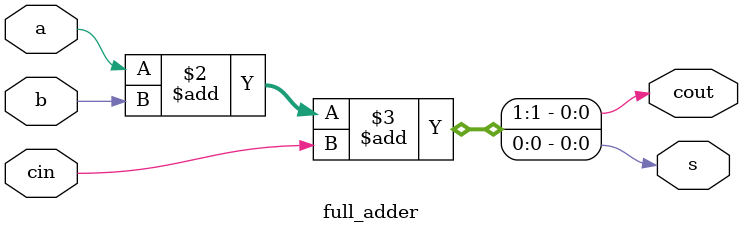
<source format=v>
`timescale 1ns / 1ps


module full_adder
#(
    parameter   BIT_WIDTH   =   32
)
(
    input       a,
    input       b,
    input       cin,
    output  reg s,
    output  reg cout
    );
    
    always @ (a, b, cin)    begin
        {cout,s} = a + b + cin;
    end
endmodule

</source>
